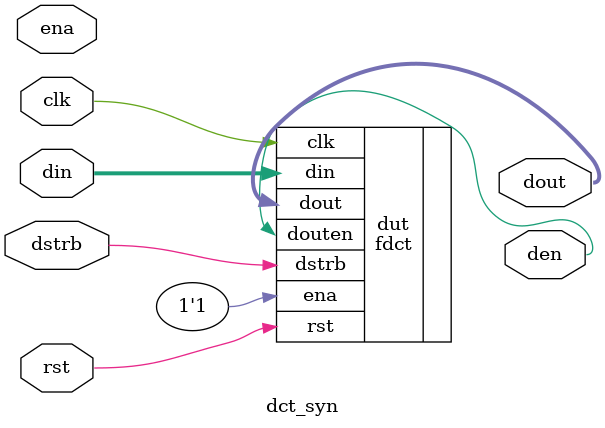
<source format=v>


// synopsys translate_off

// synopsys translate_on

module dct_syn(clk, ena, rst, dstrb, din, dout, den);

	input clk;
	input ena;
	input rst;

	input dstrb;
	input [7:0] din;
	
	output [11:0] dout;
	output den;

	//
	// DCT unit
	//

	// As little as 11bits coefficients can be used while
	// all errors remain in the decimal bit range (dout[0])
	// total errors =  5(14bit resolution)
	//              = 12(13bit resolution)
	//              = 26(12bit resolution)
	//              = 54(11bit resolution)
	fdct #(13) dut (
		.clk(clk),
		.ena(1'b1),
		.rst(rst),
		.dstrb(dstrb),
		.din(din),
		.dout(dout),
		.douten(den)
	);

endmodule

</source>
